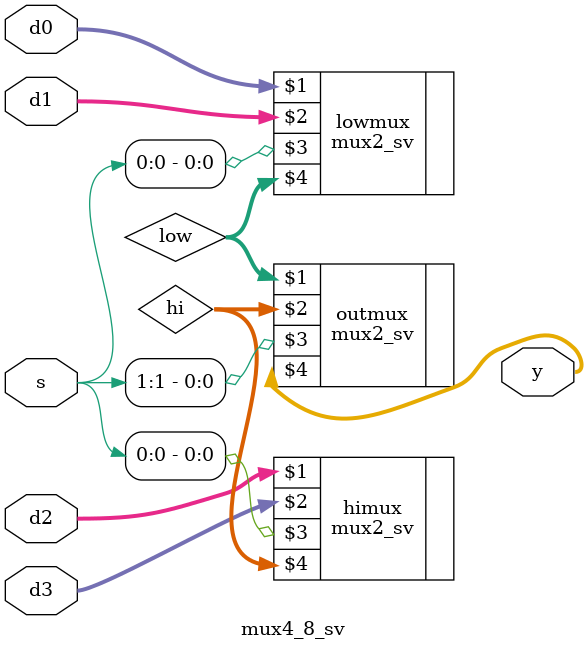
<source format=sv>
module mux4_8_sv
(
input logic [7:0] d0,
input logic [7:0] d1,
input logic [7:0] d2,
input logic [7:0] d3,
input logic [1:0] s,
output logic [7:0] y
);

logic [7:0] low, hi;

mux2_sv lowmux(d0, d1, s[0], low);
mux2_sv himux(d2, d3, s[0], hi);
mux2_sv outmux(low, hi, s[1], y);

endmodule
</source>
